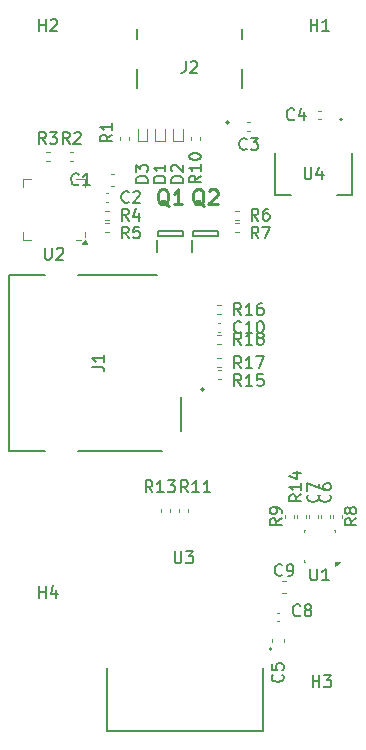
<source format=gbr>
%TF.GenerationSoftware,KiCad,Pcbnew,9.0.2*%
%TF.CreationDate,2025-12-09T17:01:46+01:00*%
%TF.ProjectId,datalogger,64617461-6c6f-4676-9765-722e6b696361,rev?*%
%TF.SameCoordinates,Original*%
%TF.FileFunction,Legend,Top*%
%TF.FilePolarity,Positive*%
%FSLAX46Y46*%
G04 Gerber Fmt 4.6, Leading zero omitted, Abs format (unit mm)*
G04 Created by KiCad (PCBNEW 9.0.2) date 2025-12-09 17:01:46*
%MOMM*%
%LPD*%
G01*
G04 APERTURE LIST*
%ADD10C,0.150000*%
%ADD11C,0.254000*%
%ADD12C,0.120000*%
%ADD13C,0.200000*%
%ADD14C,0.127000*%
%ADD15C,0.100000*%
G04 APERTURE END LIST*
D10*
X151108333Y-62859580D02*
X151060714Y-62907200D01*
X151060714Y-62907200D02*
X150917857Y-62954819D01*
X150917857Y-62954819D02*
X150822619Y-62954819D01*
X150822619Y-62954819D02*
X150679762Y-62907200D01*
X150679762Y-62907200D02*
X150584524Y-62811961D01*
X150584524Y-62811961D02*
X150536905Y-62716723D01*
X150536905Y-62716723D02*
X150489286Y-62526247D01*
X150489286Y-62526247D02*
X150489286Y-62383390D01*
X150489286Y-62383390D02*
X150536905Y-62192914D01*
X150536905Y-62192914D02*
X150584524Y-62097676D01*
X150584524Y-62097676D02*
X150679762Y-62002438D01*
X150679762Y-62002438D02*
X150822619Y-61954819D01*
X150822619Y-61954819D02*
X150917857Y-61954819D01*
X150917857Y-61954819D02*
X151060714Y-62002438D01*
X151060714Y-62002438D02*
X151108333Y-62050057D01*
X152060714Y-62954819D02*
X151489286Y-62954819D01*
X151775000Y-62954819D02*
X151775000Y-61954819D01*
X151775000Y-61954819D02*
X151679762Y-62097676D01*
X151679762Y-62097676D02*
X151584524Y-62192914D01*
X151584524Y-62192914D02*
X151489286Y-62240533D01*
X148238095Y-68254819D02*
X148238095Y-69064342D01*
X148238095Y-69064342D02*
X148285714Y-69159580D01*
X148285714Y-69159580D02*
X148333333Y-69207200D01*
X148333333Y-69207200D02*
X148428571Y-69254819D01*
X148428571Y-69254819D02*
X148619047Y-69254819D01*
X148619047Y-69254819D02*
X148714285Y-69207200D01*
X148714285Y-69207200D02*
X148761904Y-69159580D01*
X148761904Y-69159580D02*
X148809523Y-69064342D01*
X148809523Y-69064342D02*
X148809523Y-68254819D01*
X149238095Y-68350057D02*
X149285714Y-68302438D01*
X149285714Y-68302438D02*
X149380952Y-68254819D01*
X149380952Y-68254819D02*
X149619047Y-68254819D01*
X149619047Y-68254819D02*
X149714285Y-68302438D01*
X149714285Y-68302438D02*
X149761904Y-68350057D01*
X149761904Y-68350057D02*
X149809523Y-68445295D01*
X149809523Y-68445295D02*
X149809523Y-68540533D01*
X149809523Y-68540533D02*
X149761904Y-68683390D01*
X149761904Y-68683390D02*
X149190476Y-69254819D01*
X149190476Y-69254819D02*
X149809523Y-69254819D01*
X164857142Y-73954819D02*
X164523809Y-73478628D01*
X164285714Y-73954819D02*
X164285714Y-72954819D01*
X164285714Y-72954819D02*
X164666666Y-72954819D01*
X164666666Y-72954819D02*
X164761904Y-73002438D01*
X164761904Y-73002438D02*
X164809523Y-73050057D01*
X164809523Y-73050057D02*
X164857142Y-73145295D01*
X164857142Y-73145295D02*
X164857142Y-73288152D01*
X164857142Y-73288152D02*
X164809523Y-73383390D01*
X164809523Y-73383390D02*
X164761904Y-73431009D01*
X164761904Y-73431009D02*
X164666666Y-73478628D01*
X164666666Y-73478628D02*
X164285714Y-73478628D01*
X165809523Y-73954819D02*
X165238095Y-73954819D01*
X165523809Y-73954819D02*
X165523809Y-72954819D01*
X165523809Y-72954819D02*
X165428571Y-73097676D01*
X165428571Y-73097676D02*
X165333333Y-73192914D01*
X165333333Y-73192914D02*
X165238095Y-73240533D01*
X166666666Y-72954819D02*
X166476190Y-72954819D01*
X166476190Y-72954819D02*
X166380952Y-73002438D01*
X166380952Y-73002438D02*
X166333333Y-73050057D01*
X166333333Y-73050057D02*
X166238095Y-73192914D01*
X166238095Y-73192914D02*
X166190476Y-73383390D01*
X166190476Y-73383390D02*
X166190476Y-73764342D01*
X166190476Y-73764342D02*
X166238095Y-73859580D01*
X166238095Y-73859580D02*
X166285714Y-73907200D01*
X166285714Y-73907200D02*
X166380952Y-73954819D01*
X166380952Y-73954819D02*
X166571428Y-73954819D01*
X166571428Y-73954819D02*
X166666666Y-73907200D01*
X166666666Y-73907200D02*
X166714285Y-73859580D01*
X166714285Y-73859580D02*
X166761904Y-73764342D01*
X166761904Y-73764342D02*
X166761904Y-73526247D01*
X166761904Y-73526247D02*
X166714285Y-73431009D01*
X166714285Y-73431009D02*
X166666666Y-73383390D01*
X166666666Y-73383390D02*
X166571428Y-73335771D01*
X166571428Y-73335771D02*
X166380952Y-73335771D01*
X166380952Y-73335771D02*
X166285714Y-73383390D01*
X166285714Y-73383390D02*
X166238095Y-73431009D01*
X166238095Y-73431009D02*
X166190476Y-73526247D01*
X164867142Y-79954819D02*
X164533809Y-79478628D01*
X164295714Y-79954819D02*
X164295714Y-78954819D01*
X164295714Y-78954819D02*
X164676666Y-78954819D01*
X164676666Y-78954819D02*
X164771904Y-79002438D01*
X164771904Y-79002438D02*
X164819523Y-79050057D01*
X164819523Y-79050057D02*
X164867142Y-79145295D01*
X164867142Y-79145295D02*
X164867142Y-79288152D01*
X164867142Y-79288152D02*
X164819523Y-79383390D01*
X164819523Y-79383390D02*
X164771904Y-79431009D01*
X164771904Y-79431009D02*
X164676666Y-79478628D01*
X164676666Y-79478628D02*
X164295714Y-79478628D01*
X165819523Y-79954819D02*
X165248095Y-79954819D01*
X165533809Y-79954819D02*
X165533809Y-78954819D01*
X165533809Y-78954819D02*
X165438571Y-79097676D01*
X165438571Y-79097676D02*
X165343333Y-79192914D01*
X165343333Y-79192914D02*
X165248095Y-79240533D01*
X166724285Y-78954819D02*
X166248095Y-78954819D01*
X166248095Y-78954819D02*
X166200476Y-79431009D01*
X166200476Y-79431009D02*
X166248095Y-79383390D01*
X166248095Y-79383390D02*
X166343333Y-79335771D01*
X166343333Y-79335771D02*
X166581428Y-79335771D01*
X166581428Y-79335771D02*
X166676666Y-79383390D01*
X166676666Y-79383390D02*
X166724285Y-79431009D01*
X166724285Y-79431009D02*
X166771904Y-79526247D01*
X166771904Y-79526247D02*
X166771904Y-79764342D01*
X166771904Y-79764342D02*
X166724285Y-79859580D01*
X166724285Y-79859580D02*
X166676666Y-79907200D01*
X166676666Y-79907200D02*
X166581428Y-79954819D01*
X166581428Y-79954819D02*
X166343333Y-79954819D01*
X166343333Y-79954819D02*
X166248095Y-79907200D01*
X166248095Y-79907200D02*
X166200476Y-79859580D01*
X147738095Y-97879819D02*
X147738095Y-96879819D01*
X147738095Y-97356009D02*
X148309523Y-97356009D01*
X148309523Y-97879819D02*
X148309523Y-96879819D01*
X149214285Y-97213152D02*
X149214285Y-97879819D01*
X148976190Y-96832200D02*
X148738095Y-97546485D01*
X148738095Y-97546485D02*
X149357142Y-97546485D01*
X170912270Y-105454819D02*
X170912270Y-104454819D01*
X170912270Y-104931009D02*
X171483698Y-104931009D01*
X171483698Y-105454819D02*
X171483698Y-104454819D01*
X171864651Y-104454819D02*
X172483698Y-104454819D01*
X172483698Y-104454819D02*
X172150365Y-104835771D01*
X172150365Y-104835771D02*
X172293222Y-104835771D01*
X172293222Y-104835771D02*
X172388460Y-104883390D01*
X172388460Y-104883390D02*
X172436079Y-104931009D01*
X172436079Y-104931009D02*
X172483698Y-105026247D01*
X172483698Y-105026247D02*
X172483698Y-105264342D01*
X172483698Y-105264342D02*
X172436079Y-105359580D01*
X172436079Y-105359580D02*
X172388460Y-105407200D01*
X172388460Y-105407200D02*
X172293222Y-105454819D01*
X172293222Y-105454819D02*
X172007508Y-105454819D01*
X172007508Y-105454819D02*
X171912270Y-105407200D01*
X171912270Y-105407200D02*
X171864651Y-105359580D01*
X147738095Y-49879819D02*
X147738095Y-48879819D01*
X147738095Y-49356009D02*
X148309523Y-49356009D01*
X148309523Y-49879819D02*
X148309523Y-48879819D01*
X148738095Y-48975057D02*
X148785714Y-48927438D01*
X148785714Y-48927438D02*
X148880952Y-48879819D01*
X148880952Y-48879819D02*
X149119047Y-48879819D01*
X149119047Y-48879819D02*
X149214285Y-48927438D01*
X149214285Y-48927438D02*
X149261904Y-48975057D01*
X149261904Y-48975057D02*
X149309523Y-49070295D01*
X149309523Y-49070295D02*
X149309523Y-49165533D01*
X149309523Y-49165533D02*
X149261904Y-49308390D01*
X149261904Y-49308390D02*
X148690476Y-49879819D01*
X148690476Y-49879819D02*
X149309523Y-49879819D01*
X170738095Y-49879819D02*
X170738095Y-48879819D01*
X170738095Y-49356009D02*
X171309523Y-49356009D01*
X171309523Y-49879819D02*
X171309523Y-48879819D01*
X172309523Y-49879819D02*
X171738095Y-49879819D01*
X172023809Y-49879819D02*
X172023809Y-48879819D01*
X172023809Y-48879819D02*
X171928571Y-49022676D01*
X171928571Y-49022676D02*
X171833333Y-49117914D01*
X171833333Y-49117914D02*
X171738095Y-49165533D01*
D11*
X161729047Y-64695270D02*
X161608095Y-64634794D01*
X161608095Y-64634794D02*
X161487142Y-64513842D01*
X161487142Y-64513842D02*
X161305714Y-64332413D01*
X161305714Y-64332413D02*
X161184761Y-64271937D01*
X161184761Y-64271937D02*
X161063809Y-64271937D01*
X161124285Y-64574318D02*
X161003333Y-64513842D01*
X161003333Y-64513842D02*
X160882380Y-64392889D01*
X160882380Y-64392889D02*
X160821904Y-64150984D01*
X160821904Y-64150984D02*
X160821904Y-63727651D01*
X160821904Y-63727651D02*
X160882380Y-63485746D01*
X160882380Y-63485746D02*
X161003333Y-63364794D01*
X161003333Y-63364794D02*
X161124285Y-63304318D01*
X161124285Y-63304318D02*
X161366190Y-63304318D01*
X161366190Y-63304318D02*
X161487142Y-63364794D01*
X161487142Y-63364794D02*
X161608095Y-63485746D01*
X161608095Y-63485746D02*
X161668571Y-63727651D01*
X161668571Y-63727651D02*
X161668571Y-64150984D01*
X161668571Y-64150984D02*
X161608095Y-64392889D01*
X161608095Y-64392889D02*
X161487142Y-64513842D01*
X161487142Y-64513842D02*
X161366190Y-64574318D01*
X161366190Y-64574318D02*
X161124285Y-64574318D01*
X162152380Y-63425270D02*
X162212856Y-63364794D01*
X162212856Y-63364794D02*
X162333809Y-63304318D01*
X162333809Y-63304318D02*
X162636190Y-63304318D01*
X162636190Y-63304318D02*
X162757142Y-63364794D01*
X162757142Y-63364794D02*
X162817618Y-63425270D01*
X162817618Y-63425270D02*
X162878095Y-63546222D01*
X162878095Y-63546222D02*
X162878095Y-63667175D01*
X162878095Y-63667175D02*
X162817618Y-63848603D01*
X162817618Y-63848603D02*
X162091904Y-64574318D01*
X162091904Y-64574318D02*
X162878095Y-64574318D01*
D10*
X164867142Y-78454819D02*
X164533809Y-77978628D01*
X164295714Y-78454819D02*
X164295714Y-77454819D01*
X164295714Y-77454819D02*
X164676666Y-77454819D01*
X164676666Y-77454819D02*
X164771904Y-77502438D01*
X164771904Y-77502438D02*
X164819523Y-77550057D01*
X164819523Y-77550057D02*
X164867142Y-77645295D01*
X164867142Y-77645295D02*
X164867142Y-77788152D01*
X164867142Y-77788152D02*
X164819523Y-77883390D01*
X164819523Y-77883390D02*
X164771904Y-77931009D01*
X164771904Y-77931009D02*
X164676666Y-77978628D01*
X164676666Y-77978628D02*
X164295714Y-77978628D01*
X165819523Y-78454819D02*
X165248095Y-78454819D01*
X165533809Y-78454819D02*
X165533809Y-77454819D01*
X165533809Y-77454819D02*
X165438571Y-77597676D01*
X165438571Y-77597676D02*
X165343333Y-77692914D01*
X165343333Y-77692914D02*
X165248095Y-77740533D01*
X166152857Y-77454819D02*
X166819523Y-77454819D01*
X166819523Y-77454819D02*
X166390952Y-78454819D01*
X159238095Y-93954819D02*
X159238095Y-94764342D01*
X159238095Y-94764342D02*
X159285714Y-94859580D01*
X159285714Y-94859580D02*
X159333333Y-94907200D01*
X159333333Y-94907200D02*
X159428571Y-94954819D01*
X159428571Y-94954819D02*
X159619047Y-94954819D01*
X159619047Y-94954819D02*
X159714285Y-94907200D01*
X159714285Y-94907200D02*
X159761904Y-94859580D01*
X159761904Y-94859580D02*
X159809523Y-94764342D01*
X159809523Y-94764342D02*
X159809523Y-93954819D01*
X160190476Y-93954819D02*
X160809523Y-93954819D01*
X160809523Y-93954819D02*
X160476190Y-94335771D01*
X160476190Y-94335771D02*
X160619047Y-94335771D01*
X160619047Y-94335771D02*
X160714285Y-94383390D01*
X160714285Y-94383390D02*
X160761904Y-94431009D01*
X160761904Y-94431009D02*
X160809523Y-94526247D01*
X160809523Y-94526247D02*
X160809523Y-94764342D01*
X160809523Y-94764342D02*
X160761904Y-94859580D01*
X160761904Y-94859580D02*
X160714285Y-94907200D01*
X160714285Y-94907200D02*
X160619047Y-94954819D01*
X160619047Y-94954819D02*
X160333333Y-94954819D01*
X160333333Y-94954819D02*
X160238095Y-94907200D01*
X160238095Y-94907200D02*
X160190476Y-94859580D01*
X169353333Y-57359580D02*
X169305714Y-57407200D01*
X169305714Y-57407200D02*
X169162857Y-57454819D01*
X169162857Y-57454819D02*
X169067619Y-57454819D01*
X169067619Y-57454819D02*
X168924762Y-57407200D01*
X168924762Y-57407200D02*
X168829524Y-57311961D01*
X168829524Y-57311961D02*
X168781905Y-57216723D01*
X168781905Y-57216723D02*
X168734286Y-57026247D01*
X168734286Y-57026247D02*
X168734286Y-56883390D01*
X168734286Y-56883390D02*
X168781905Y-56692914D01*
X168781905Y-56692914D02*
X168829524Y-56597676D01*
X168829524Y-56597676D02*
X168924762Y-56502438D01*
X168924762Y-56502438D02*
X169067619Y-56454819D01*
X169067619Y-56454819D02*
X169162857Y-56454819D01*
X169162857Y-56454819D02*
X169305714Y-56502438D01*
X169305714Y-56502438D02*
X169353333Y-56550057D01*
X170210476Y-56788152D02*
X170210476Y-57454819D01*
X169972381Y-56407200D02*
X169734286Y-57121485D01*
X169734286Y-57121485D02*
X170353333Y-57121485D01*
X169853333Y-99359580D02*
X169805714Y-99407200D01*
X169805714Y-99407200D02*
X169662857Y-99454819D01*
X169662857Y-99454819D02*
X169567619Y-99454819D01*
X169567619Y-99454819D02*
X169424762Y-99407200D01*
X169424762Y-99407200D02*
X169329524Y-99311961D01*
X169329524Y-99311961D02*
X169281905Y-99216723D01*
X169281905Y-99216723D02*
X169234286Y-99026247D01*
X169234286Y-99026247D02*
X169234286Y-98883390D01*
X169234286Y-98883390D02*
X169281905Y-98692914D01*
X169281905Y-98692914D02*
X169329524Y-98597676D01*
X169329524Y-98597676D02*
X169424762Y-98502438D01*
X169424762Y-98502438D02*
X169567619Y-98454819D01*
X169567619Y-98454819D02*
X169662857Y-98454819D01*
X169662857Y-98454819D02*
X169805714Y-98502438D01*
X169805714Y-98502438D02*
X169853333Y-98550057D01*
X170424762Y-98883390D02*
X170329524Y-98835771D01*
X170329524Y-98835771D02*
X170281905Y-98788152D01*
X170281905Y-98788152D02*
X170234286Y-98692914D01*
X170234286Y-98692914D02*
X170234286Y-98645295D01*
X170234286Y-98645295D02*
X170281905Y-98550057D01*
X170281905Y-98550057D02*
X170329524Y-98502438D01*
X170329524Y-98502438D02*
X170424762Y-98454819D01*
X170424762Y-98454819D02*
X170615238Y-98454819D01*
X170615238Y-98454819D02*
X170710476Y-98502438D01*
X170710476Y-98502438D02*
X170758095Y-98550057D01*
X170758095Y-98550057D02*
X170805714Y-98645295D01*
X170805714Y-98645295D02*
X170805714Y-98692914D01*
X170805714Y-98692914D02*
X170758095Y-98788152D01*
X170758095Y-98788152D02*
X170710476Y-98835771D01*
X170710476Y-98835771D02*
X170615238Y-98883390D01*
X170615238Y-98883390D02*
X170424762Y-98883390D01*
X170424762Y-98883390D02*
X170329524Y-98931009D01*
X170329524Y-98931009D02*
X170281905Y-98978628D01*
X170281905Y-98978628D02*
X170234286Y-99073866D01*
X170234286Y-99073866D02*
X170234286Y-99264342D01*
X170234286Y-99264342D02*
X170281905Y-99359580D01*
X170281905Y-99359580D02*
X170329524Y-99407200D01*
X170329524Y-99407200D02*
X170424762Y-99454819D01*
X170424762Y-99454819D02*
X170615238Y-99454819D01*
X170615238Y-99454819D02*
X170710476Y-99407200D01*
X170710476Y-99407200D02*
X170758095Y-99359580D01*
X170758095Y-99359580D02*
X170805714Y-99264342D01*
X170805714Y-99264342D02*
X170805714Y-99073866D01*
X170805714Y-99073866D02*
X170758095Y-98978628D01*
X170758095Y-98978628D02*
X170710476Y-98931009D01*
X170710476Y-98931009D02*
X170615238Y-98883390D01*
D11*
X158729047Y-64695270D02*
X158608095Y-64634794D01*
X158608095Y-64634794D02*
X158487142Y-64513842D01*
X158487142Y-64513842D02*
X158305714Y-64332413D01*
X158305714Y-64332413D02*
X158184761Y-64271937D01*
X158184761Y-64271937D02*
X158063809Y-64271937D01*
X158124285Y-64574318D02*
X158003333Y-64513842D01*
X158003333Y-64513842D02*
X157882380Y-64392889D01*
X157882380Y-64392889D02*
X157821904Y-64150984D01*
X157821904Y-64150984D02*
X157821904Y-63727651D01*
X157821904Y-63727651D02*
X157882380Y-63485746D01*
X157882380Y-63485746D02*
X158003333Y-63364794D01*
X158003333Y-63364794D02*
X158124285Y-63304318D01*
X158124285Y-63304318D02*
X158366190Y-63304318D01*
X158366190Y-63304318D02*
X158487142Y-63364794D01*
X158487142Y-63364794D02*
X158608095Y-63485746D01*
X158608095Y-63485746D02*
X158668571Y-63727651D01*
X158668571Y-63727651D02*
X158668571Y-64150984D01*
X158668571Y-64150984D02*
X158608095Y-64392889D01*
X158608095Y-64392889D02*
X158487142Y-64513842D01*
X158487142Y-64513842D02*
X158366190Y-64574318D01*
X158366190Y-64574318D02*
X158124285Y-64574318D01*
X159878095Y-64574318D02*
X159152380Y-64574318D01*
X159515237Y-64574318D02*
X159515237Y-63304318D01*
X159515237Y-63304318D02*
X159394285Y-63485746D01*
X159394285Y-63485746D02*
X159273333Y-63606699D01*
X159273333Y-63606699D02*
X159152380Y-63667175D01*
D10*
X164867142Y-76454819D02*
X164533809Y-75978628D01*
X164295714Y-76454819D02*
X164295714Y-75454819D01*
X164295714Y-75454819D02*
X164676666Y-75454819D01*
X164676666Y-75454819D02*
X164771904Y-75502438D01*
X164771904Y-75502438D02*
X164819523Y-75550057D01*
X164819523Y-75550057D02*
X164867142Y-75645295D01*
X164867142Y-75645295D02*
X164867142Y-75788152D01*
X164867142Y-75788152D02*
X164819523Y-75883390D01*
X164819523Y-75883390D02*
X164771904Y-75931009D01*
X164771904Y-75931009D02*
X164676666Y-75978628D01*
X164676666Y-75978628D02*
X164295714Y-75978628D01*
X165819523Y-76454819D02*
X165248095Y-76454819D01*
X165533809Y-76454819D02*
X165533809Y-75454819D01*
X165533809Y-75454819D02*
X165438571Y-75597676D01*
X165438571Y-75597676D02*
X165343333Y-75692914D01*
X165343333Y-75692914D02*
X165248095Y-75740533D01*
X166390952Y-75883390D02*
X166295714Y-75835771D01*
X166295714Y-75835771D02*
X166248095Y-75788152D01*
X166248095Y-75788152D02*
X166200476Y-75692914D01*
X166200476Y-75692914D02*
X166200476Y-75645295D01*
X166200476Y-75645295D02*
X166248095Y-75550057D01*
X166248095Y-75550057D02*
X166295714Y-75502438D01*
X166295714Y-75502438D02*
X166390952Y-75454819D01*
X166390952Y-75454819D02*
X166581428Y-75454819D01*
X166581428Y-75454819D02*
X166676666Y-75502438D01*
X166676666Y-75502438D02*
X166724285Y-75550057D01*
X166724285Y-75550057D02*
X166771904Y-75645295D01*
X166771904Y-75645295D02*
X166771904Y-75692914D01*
X166771904Y-75692914D02*
X166724285Y-75788152D01*
X166724285Y-75788152D02*
X166676666Y-75835771D01*
X166676666Y-75835771D02*
X166581428Y-75883390D01*
X166581428Y-75883390D02*
X166390952Y-75883390D01*
X166390952Y-75883390D02*
X166295714Y-75931009D01*
X166295714Y-75931009D02*
X166248095Y-75978628D01*
X166248095Y-75978628D02*
X166200476Y-76073866D01*
X166200476Y-76073866D02*
X166200476Y-76264342D01*
X166200476Y-76264342D02*
X166248095Y-76359580D01*
X166248095Y-76359580D02*
X166295714Y-76407200D01*
X166295714Y-76407200D02*
X166390952Y-76454819D01*
X166390952Y-76454819D02*
X166581428Y-76454819D01*
X166581428Y-76454819D02*
X166676666Y-76407200D01*
X166676666Y-76407200D02*
X166724285Y-76359580D01*
X166724285Y-76359580D02*
X166771904Y-76264342D01*
X166771904Y-76264342D02*
X166771904Y-76073866D01*
X166771904Y-76073866D02*
X166724285Y-75978628D01*
X166724285Y-75978628D02*
X166676666Y-75931009D01*
X166676666Y-75931009D02*
X166581428Y-75883390D01*
X168284819Y-91166666D02*
X167808628Y-91499999D01*
X168284819Y-91738094D02*
X167284819Y-91738094D01*
X167284819Y-91738094D02*
X167284819Y-91357142D01*
X167284819Y-91357142D02*
X167332438Y-91261904D01*
X167332438Y-91261904D02*
X167380057Y-91214285D01*
X167380057Y-91214285D02*
X167475295Y-91166666D01*
X167475295Y-91166666D02*
X167618152Y-91166666D01*
X167618152Y-91166666D02*
X167713390Y-91214285D01*
X167713390Y-91214285D02*
X167761009Y-91261904D01*
X167761009Y-91261904D02*
X167808628Y-91357142D01*
X167808628Y-91357142D02*
X167808628Y-91738094D01*
X168284819Y-90690475D02*
X168284819Y-90499999D01*
X168284819Y-90499999D02*
X168237200Y-90404761D01*
X168237200Y-90404761D02*
X168189580Y-90357142D01*
X168189580Y-90357142D02*
X168046723Y-90261904D01*
X168046723Y-90261904D02*
X167856247Y-90214285D01*
X167856247Y-90214285D02*
X167475295Y-90214285D01*
X167475295Y-90214285D02*
X167380057Y-90261904D01*
X167380057Y-90261904D02*
X167332438Y-90309523D01*
X167332438Y-90309523D02*
X167284819Y-90404761D01*
X167284819Y-90404761D02*
X167284819Y-90595237D01*
X167284819Y-90595237D02*
X167332438Y-90690475D01*
X167332438Y-90690475D02*
X167380057Y-90738094D01*
X167380057Y-90738094D02*
X167475295Y-90785713D01*
X167475295Y-90785713D02*
X167713390Y-90785713D01*
X167713390Y-90785713D02*
X167808628Y-90738094D01*
X167808628Y-90738094D02*
X167856247Y-90690475D01*
X167856247Y-90690475D02*
X167903866Y-90595237D01*
X167903866Y-90595237D02*
X167903866Y-90404761D01*
X167903866Y-90404761D02*
X167856247Y-90309523D01*
X167856247Y-90309523D02*
X167808628Y-90261904D01*
X167808628Y-90261904D02*
X167713390Y-90214285D01*
X171359580Y-89146666D02*
X171407200Y-89194285D01*
X171407200Y-89194285D02*
X171454819Y-89337142D01*
X171454819Y-89337142D02*
X171454819Y-89432380D01*
X171454819Y-89432380D02*
X171407200Y-89575237D01*
X171407200Y-89575237D02*
X171311961Y-89670475D01*
X171311961Y-89670475D02*
X171216723Y-89718094D01*
X171216723Y-89718094D02*
X171026247Y-89765713D01*
X171026247Y-89765713D02*
X170883390Y-89765713D01*
X170883390Y-89765713D02*
X170692914Y-89718094D01*
X170692914Y-89718094D02*
X170597676Y-89670475D01*
X170597676Y-89670475D02*
X170502438Y-89575237D01*
X170502438Y-89575237D02*
X170454819Y-89432380D01*
X170454819Y-89432380D02*
X170454819Y-89337142D01*
X170454819Y-89337142D02*
X170502438Y-89194285D01*
X170502438Y-89194285D02*
X170550057Y-89146666D01*
X170454819Y-88813332D02*
X170454819Y-88146666D01*
X170454819Y-88146666D02*
X171454819Y-88575237D01*
X166323333Y-65954819D02*
X165990000Y-65478628D01*
X165751905Y-65954819D02*
X165751905Y-64954819D01*
X165751905Y-64954819D02*
X166132857Y-64954819D01*
X166132857Y-64954819D02*
X166228095Y-65002438D01*
X166228095Y-65002438D02*
X166275714Y-65050057D01*
X166275714Y-65050057D02*
X166323333Y-65145295D01*
X166323333Y-65145295D02*
X166323333Y-65288152D01*
X166323333Y-65288152D02*
X166275714Y-65383390D01*
X166275714Y-65383390D02*
X166228095Y-65431009D01*
X166228095Y-65431009D02*
X166132857Y-65478628D01*
X166132857Y-65478628D02*
X165751905Y-65478628D01*
X167180476Y-64954819D02*
X166990000Y-64954819D01*
X166990000Y-64954819D02*
X166894762Y-65002438D01*
X166894762Y-65002438D02*
X166847143Y-65050057D01*
X166847143Y-65050057D02*
X166751905Y-65192914D01*
X166751905Y-65192914D02*
X166704286Y-65383390D01*
X166704286Y-65383390D02*
X166704286Y-65764342D01*
X166704286Y-65764342D02*
X166751905Y-65859580D01*
X166751905Y-65859580D02*
X166799524Y-65907200D01*
X166799524Y-65907200D02*
X166894762Y-65954819D01*
X166894762Y-65954819D02*
X167085238Y-65954819D01*
X167085238Y-65954819D02*
X167180476Y-65907200D01*
X167180476Y-65907200D02*
X167228095Y-65859580D01*
X167228095Y-65859580D02*
X167275714Y-65764342D01*
X167275714Y-65764342D02*
X167275714Y-65526247D01*
X167275714Y-65526247D02*
X167228095Y-65431009D01*
X167228095Y-65431009D02*
X167180476Y-65383390D01*
X167180476Y-65383390D02*
X167085238Y-65335771D01*
X167085238Y-65335771D02*
X166894762Y-65335771D01*
X166894762Y-65335771D02*
X166799524Y-65383390D01*
X166799524Y-65383390D02*
X166751905Y-65431009D01*
X166751905Y-65431009D02*
X166704286Y-65526247D01*
X165333333Y-59859580D02*
X165285714Y-59907200D01*
X165285714Y-59907200D02*
X165142857Y-59954819D01*
X165142857Y-59954819D02*
X165047619Y-59954819D01*
X165047619Y-59954819D02*
X164904762Y-59907200D01*
X164904762Y-59907200D02*
X164809524Y-59811961D01*
X164809524Y-59811961D02*
X164761905Y-59716723D01*
X164761905Y-59716723D02*
X164714286Y-59526247D01*
X164714286Y-59526247D02*
X164714286Y-59383390D01*
X164714286Y-59383390D02*
X164761905Y-59192914D01*
X164761905Y-59192914D02*
X164809524Y-59097676D01*
X164809524Y-59097676D02*
X164904762Y-59002438D01*
X164904762Y-59002438D02*
X165047619Y-58954819D01*
X165047619Y-58954819D02*
X165142857Y-58954819D01*
X165142857Y-58954819D02*
X165285714Y-59002438D01*
X165285714Y-59002438D02*
X165333333Y-59050057D01*
X165666667Y-58954819D02*
X166285714Y-58954819D01*
X166285714Y-58954819D02*
X165952381Y-59335771D01*
X165952381Y-59335771D02*
X166095238Y-59335771D01*
X166095238Y-59335771D02*
X166190476Y-59383390D01*
X166190476Y-59383390D02*
X166238095Y-59431009D01*
X166238095Y-59431009D02*
X166285714Y-59526247D01*
X166285714Y-59526247D02*
X166285714Y-59764342D01*
X166285714Y-59764342D02*
X166238095Y-59859580D01*
X166238095Y-59859580D02*
X166190476Y-59907200D01*
X166190476Y-59907200D02*
X166095238Y-59954819D01*
X166095238Y-59954819D02*
X165809524Y-59954819D01*
X165809524Y-59954819D02*
X165714286Y-59907200D01*
X165714286Y-59907200D02*
X165666667Y-59859580D01*
X153954819Y-58666666D02*
X153478628Y-58999999D01*
X153954819Y-59238094D02*
X152954819Y-59238094D01*
X152954819Y-59238094D02*
X152954819Y-58857142D01*
X152954819Y-58857142D02*
X153002438Y-58761904D01*
X153002438Y-58761904D02*
X153050057Y-58714285D01*
X153050057Y-58714285D02*
X153145295Y-58666666D01*
X153145295Y-58666666D02*
X153288152Y-58666666D01*
X153288152Y-58666666D02*
X153383390Y-58714285D01*
X153383390Y-58714285D02*
X153431009Y-58761904D01*
X153431009Y-58761904D02*
X153478628Y-58857142D01*
X153478628Y-58857142D02*
X153478628Y-59238094D01*
X153954819Y-57714285D02*
X153954819Y-58285713D01*
X153954819Y-57999999D02*
X152954819Y-57999999D01*
X152954819Y-57999999D02*
X153097676Y-58095237D01*
X153097676Y-58095237D02*
X153192914Y-58190475D01*
X153192914Y-58190475D02*
X153240533Y-58285713D01*
X170238095Y-61454819D02*
X170238095Y-62264342D01*
X170238095Y-62264342D02*
X170285714Y-62359580D01*
X170285714Y-62359580D02*
X170333333Y-62407200D01*
X170333333Y-62407200D02*
X170428571Y-62454819D01*
X170428571Y-62454819D02*
X170619047Y-62454819D01*
X170619047Y-62454819D02*
X170714285Y-62407200D01*
X170714285Y-62407200D02*
X170761904Y-62359580D01*
X170761904Y-62359580D02*
X170809523Y-62264342D01*
X170809523Y-62264342D02*
X170809523Y-61454819D01*
X171714285Y-61788152D02*
X171714285Y-62454819D01*
X171476190Y-61407200D02*
X171238095Y-62121485D01*
X171238095Y-62121485D02*
X171857142Y-62121485D01*
X168359580Y-104391666D02*
X168407200Y-104439285D01*
X168407200Y-104439285D02*
X168454819Y-104582142D01*
X168454819Y-104582142D02*
X168454819Y-104677380D01*
X168454819Y-104677380D02*
X168407200Y-104820237D01*
X168407200Y-104820237D02*
X168311961Y-104915475D01*
X168311961Y-104915475D02*
X168216723Y-104963094D01*
X168216723Y-104963094D02*
X168026247Y-105010713D01*
X168026247Y-105010713D02*
X167883390Y-105010713D01*
X167883390Y-105010713D02*
X167692914Y-104963094D01*
X167692914Y-104963094D02*
X167597676Y-104915475D01*
X167597676Y-104915475D02*
X167502438Y-104820237D01*
X167502438Y-104820237D02*
X167454819Y-104677380D01*
X167454819Y-104677380D02*
X167454819Y-104582142D01*
X167454819Y-104582142D02*
X167502438Y-104439285D01*
X167502438Y-104439285D02*
X167550057Y-104391666D01*
X167454819Y-103486904D02*
X167454819Y-103963094D01*
X167454819Y-103963094D02*
X167931009Y-104010713D01*
X167931009Y-104010713D02*
X167883390Y-103963094D01*
X167883390Y-103963094D02*
X167835771Y-103867856D01*
X167835771Y-103867856D02*
X167835771Y-103629761D01*
X167835771Y-103629761D02*
X167883390Y-103534523D01*
X167883390Y-103534523D02*
X167931009Y-103486904D01*
X167931009Y-103486904D02*
X168026247Y-103439285D01*
X168026247Y-103439285D02*
X168264342Y-103439285D01*
X168264342Y-103439285D02*
X168359580Y-103486904D01*
X168359580Y-103486904D02*
X168407200Y-103534523D01*
X168407200Y-103534523D02*
X168454819Y-103629761D01*
X168454819Y-103629761D02*
X168454819Y-103867856D01*
X168454819Y-103867856D02*
X168407200Y-103963094D01*
X168407200Y-103963094D02*
X168359580Y-104010713D01*
X156954819Y-62738094D02*
X155954819Y-62738094D01*
X155954819Y-62738094D02*
X155954819Y-62499999D01*
X155954819Y-62499999D02*
X156002438Y-62357142D01*
X156002438Y-62357142D02*
X156097676Y-62261904D01*
X156097676Y-62261904D02*
X156192914Y-62214285D01*
X156192914Y-62214285D02*
X156383390Y-62166666D01*
X156383390Y-62166666D02*
X156526247Y-62166666D01*
X156526247Y-62166666D02*
X156716723Y-62214285D01*
X156716723Y-62214285D02*
X156811961Y-62261904D01*
X156811961Y-62261904D02*
X156907200Y-62357142D01*
X156907200Y-62357142D02*
X156954819Y-62499999D01*
X156954819Y-62499999D02*
X156954819Y-62738094D01*
X155954819Y-61833332D02*
X155954819Y-61214285D01*
X155954819Y-61214285D02*
X156335771Y-61547618D01*
X156335771Y-61547618D02*
X156335771Y-61404761D01*
X156335771Y-61404761D02*
X156383390Y-61309523D01*
X156383390Y-61309523D02*
X156431009Y-61261904D01*
X156431009Y-61261904D02*
X156526247Y-61214285D01*
X156526247Y-61214285D02*
X156764342Y-61214285D01*
X156764342Y-61214285D02*
X156859580Y-61261904D01*
X156859580Y-61261904D02*
X156907200Y-61309523D01*
X156907200Y-61309523D02*
X156954819Y-61404761D01*
X156954819Y-61404761D02*
X156954819Y-61690475D01*
X156954819Y-61690475D02*
X156907200Y-61785713D01*
X156907200Y-61785713D02*
X156859580Y-61833332D01*
X155333333Y-67454819D02*
X155000000Y-66978628D01*
X154761905Y-67454819D02*
X154761905Y-66454819D01*
X154761905Y-66454819D02*
X155142857Y-66454819D01*
X155142857Y-66454819D02*
X155238095Y-66502438D01*
X155238095Y-66502438D02*
X155285714Y-66550057D01*
X155285714Y-66550057D02*
X155333333Y-66645295D01*
X155333333Y-66645295D02*
X155333333Y-66788152D01*
X155333333Y-66788152D02*
X155285714Y-66883390D01*
X155285714Y-66883390D02*
X155238095Y-66931009D01*
X155238095Y-66931009D02*
X155142857Y-66978628D01*
X155142857Y-66978628D02*
X154761905Y-66978628D01*
X156238095Y-66454819D02*
X155761905Y-66454819D01*
X155761905Y-66454819D02*
X155714286Y-66931009D01*
X155714286Y-66931009D02*
X155761905Y-66883390D01*
X155761905Y-66883390D02*
X155857143Y-66835771D01*
X155857143Y-66835771D02*
X156095238Y-66835771D01*
X156095238Y-66835771D02*
X156190476Y-66883390D01*
X156190476Y-66883390D02*
X156238095Y-66931009D01*
X156238095Y-66931009D02*
X156285714Y-67026247D01*
X156285714Y-67026247D02*
X156285714Y-67264342D01*
X156285714Y-67264342D02*
X156238095Y-67359580D01*
X156238095Y-67359580D02*
X156190476Y-67407200D01*
X156190476Y-67407200D02*
X156095238Y-67454819D01*
X156095238Y-67454819D02*
X155857143Y-67454819D01*
X155857143Y-67454819D02*
X155761905Y-67407200D01*
X155761905Y-67407200D02*
X155714286Y-67359580D01*
X160166666Y-52454819D02*
X160166666Y-53169104D01*
X160166666Y-53169104D02*
X160119047Y-53311961D01*
X160119047Y-53311961D02*
X160023809Y-53407200D01*
X160023809Y-53407200D02*
X159880952Y-53454819D01*
X159880952Y-53454819D02*
X159785714Y-53454819D01*
X160595238Y-52550057D02*
X160642857Y-52502438D01*
X160642857Y-52502438D02*
X160738095Y-52454819D01*
X160738095Y-52454819D02*
X160976190Y-52454819D01*
X160976190Y-52454819D02*
X161071428Y-52502438D01*
X161071428Y-52502438D02*
X161119047Y-52550057D01*
X161119047Y-52550057D02*
X161166666Y-52645295D01*
X161166666Y-52645295D02*
X161166666Y-52740533D01*
X161166666Y-52740533D02*
X161119047Y-52883390D01*
X161119047Y-52883390D02*
X160547619Y-53454819D01*
X160547619Y-53454819D02*
X161166666Y-53454819D01*
X166333333Y-67454819D02*
X166000000Y-66978628D01*
X165761905Y-67454819D02*
X165761905Y-66454819D01*
X165761905Y-66454819D02*
X166142857Y-66454819D01*
X166142857Y-66454819D02*
X166238095Y-66502438D01*
X166238095Y-66502438D02*
X166285714Y-66550057D01*
X166285714Y-66550057D02*
X166333333Y-66645295D01*
X166333333Y-66645295D02*
X166333333Y-66788152D01*
X166333333Y-66788152D02*
X166285714Y-66883390D01*
X166285714Y-66883390D02*
X166238095Y-66931009D01*
X166238095Y-66931009D02*
X166142857Y-66978628D01*
X166142857Y-66978628D02*
X165761905Y-66978628D01*
X166666667Y-66454819D02*
X167333333Y-66454819D01*
X167333333Y-66454819D02*
X166904762Y-67454819D01*
X158454819Y-62738094D02*
X157454819Y-62738094D01*
X157454819Y-62738094D02*
X157454819Y-62499999D01*
X157454819Y-62499999D02*
X157502438Y-62357142D01*
X157502438Y-62357142D02*
X157597676Y-62261904D01*
X157597676Y-62261904D02*
X157692914Y-62214285D01*
X157692914Y-62214285D02*
X157883390Y-62166666D01*
X157883390Y-62166666D02*
X158026247Y-62166666D01*
X158026247Y-62166666D02*
X158216723Y-62214285D01*
X158216723Y-62214285D02*
X158311961Y-62261904D01*
X158311961Y-62261904D02*
X158407200Y-62357142D01*
X158407200Y-62357142D02*
X158454819Y-62499999D01*
X158454819Y-62499999D02*
X158454819Y-62738094D01*
X158454819Y-61214285D02*
X158454819Y-61785713D01*
X158454819Y-61499999D02*
X157454819Y-61499999D01*
X157454819Y-61499999D02*
X157597676Y-61595237D01*
X157597676Y-61595237D02*
X157692914Y-61690475D01*
X157692914Y-61690475D02*
X157740533Y-61785713D01*
X164857142Y-75359580D02*
X164809523Y-75407200D01*
X164809523Y-75407200D02*
X164666666Y-75454819D01*
X164666666Y-75454819D02*
X164571428Y-75454819D01*
X164571428Y-75454819D02*
X164428571Y-75407200D01*
X164428571Y-75407200D02*
X164333333Y-75311961D01*
X164333333Y-75311961D02*
X164285714Y-75216723D01*
X164285714Y-75216723D02*
X164238095Y-75026247D01*
X164238095Y-75026247D02*
X164238095Y-74883390D01*
X164238095Y-74883390D02*
X164285714Y-74692914D01*
X164285714Y-74692914D02*
X164333333Y-74597676D01*
X164333333Y-74597676D02*
X164428571Y-74502438D01*
X164428571Y-74502438D02*
X164571428Y-74454819D01*
X164571428Y-74454819D02*
X164666666Y-74454819D01*
X164666666Y-74454819D02*
X164809523Y-74502438D01*
X164809523Y-74502438D02*
X164857142Y-74550057D01*
X165809523Y-75454819D02*
X165238095Y-75454819D01*
X165523809Y-75454819D02*
X165523809Y-74454819D01*
X165523809Y-74454819D02*
X165428571Y-74597676D01*
X165428571Y-74597676D02*
X165333333Y-74692914D01*
X165333333Y-74692914D02*
X165238095Y-74740533D01*
X166428571Y-74454819D02*
X166523809Y-74454819D01*
X166523809Y-74454819D02*
X166619047Y-74502438D01*
X166619047Y-74502438D02*
X166666666Y-74550057D01*
X166666666Y-74550057D02*
X166714285Y-74645295D01*
X166714285Y-74645295D02*
X166761904Y-74835771D01*
X166761904Y-74835771D02*
X166761904Y-75073866D01*
X166761904Y-75073866D02*
X166714285Y-75264342D01*
X166714285Y-75264342D02*
X166666666Y-75359580D01*
X166666666Y-75359580D02*
X166619047Y-75407200D01*
X166619047Y-75407200D02*
X166523809Y-75454819D01*
X166523809Y-75454819D02*
X166428571Y-75454819D01*
X166428571Y-75454819D02*
X166333333Y-75407200D01*
X166333333Y-75407200D02*
X166285714Y-75359580D01*
X166285714Y-75359580D02*
X166238095Y-75264342D01*
X166238095Y-75264342D02*
X166190476Y-75073866D01*
X166190476Y-75073866D02*
X166190476Y-74835771D01*
X166190476Y-74835771D02*
X166238095Y-74645295D01*
X166238095Y-74645295D02*
X166285714Y-74550057D01*
X166285714Y-74550057D02*
X166333333Y-74502438D01*
X166333333Y-74502438D02*
X166428571Y-74454819D01*
X172359580Y-89146666D02*
X172407200Y-89194285D01*
X172407200Y-89194285D02*
X172454819Y-89337142D01*
X172454819Y-89337142D02*
X172454819Y-89432380D01*
X172454819Y-89432380D02*
X172407200Y-89575237D01*
X172407200Y-89575237D02*
X172311961Y-89670475D01*
X172311961Y-89670475D02*
X172216723Y-89718094D01*
X172216723Y-89718094D02*
X172026247Y-89765713D01*
X172026247Y-89765713D02*
X171883390Y-89765713D01*
X171883390Y-89765713D02*
X171692914Y-89718094D01*
X171692914Y-89718094D02*
X171597676Y-89670475D01*
X171597676Y-89670475D02*
X171502438Y-89575237D01*
X171502438Y-89575237D02*
X171454819Y-89432380D01*
X171454819Y-89432380D02*
X171454819Y-89337142D01*
X171454819Y-89337142D02*
X171502438Y-89194285D01*
X171502438Y-89194285D02*
X171550057Y-89146666D01*
X171454819Y-88289523D02*
X171454819Y-88479999D01*
X171454819Y-88479999D02*
X171502438Y-88575237D01*
X171502438Y-88575237D02*
X171550057Y-88622856D01*
X171550057Y-88622856D02*
X171692914Y-88718094D01*
X171692914Y-88718094D02*
X171883390Y-88765713D01*
X171883390Y-88765713D02*
X172264342Y-88765713D01*
X172264342Y-88765713D02*
X172359580Y-88718094D01*
X172359580Y-88718094D02*
X172407200Y-88670475D01*
X172407200Y-88670475D02*
X172454819Y-88575237D01*
X172454819Y-88575237D02*
X172454819Y-88384761D01*
X172454819Y-88384761D02*
X172407200Y-88289523D01*
X172407200Y-88289523D02*
X172359580Y-88241904D01*
X172359580Y-88241904D02*
X172264342Y-88194285D01*
X172264342Y-88194285D02*
X172026247Y-88194285D01*
X172026247Y-88194285D02*
X171931009Y-88241904D01*
X171931009Y-88241904D02*
X171883390Y-88289523D01*
X171883390Y-88289523D02*
X171835771Y-88384761D01*
X171835771Y-88384761D02*
X171835771Y-88575237D01*
X171835771Y-88575237D02*
X171883390Y-88670475D01*
X171883390Y-88670475D02*
X171931009Y-88718094D01*
X171931009Y-88718094D02*
X172026247Y-88765713D01*
X148323333Y-59454819D02*
X147990000Y-58978628D01*
X147751905Y-59454819D02*
X147751905Y-58454819D01*
X147751905Y-58454819D02*
X148132857Y-58454819D01*
X148132857Y-58454819D02*
X148228095Y-58502438D01*
X148228095Y-58502438D02*
X148275714Y-58550057D01*
X148275714Y-58550057D02*
X148323333Y-58645295D01*
X148323333Y-58645295D02*
X148323333Y-58788152D01*
X148323333Y-58788152D02*
X148275714Y-58883390D01*
X148275714Y-58883390D02*
X148228095Y-58931009D01*
X148228095Y-58931009D02*
X148132857Y-58978628D01*
X148132857Y-58978628D02*
X147751905Y-58978628D01*
X148656667Y-58454819D02*
X149275714Y-58454819D01*
X149275714Y-58454819D02*
X148942381Y-58835771D01*
X148942381Y-58835771D02*
X149085238Y-58835771D01*
X149085238Y-58835771D02*
X149180476Y-58883390D01*
X149180476Y-58883390D02*
X149228095Y-58931009D01*
X149228095Y-58931009D02*
X149275714Y-59026247D01*
X149275714Y-59026247D02*
X149275714Y-59264342D01*
X149275714Y-59264342D02*
X149228095Y-59359580D01*
X149228095Y-59359580D02*
X149180476Y-59407200D01*
X149180476Y-59407200D02*
X149085238Y-59454819D01*
X149085238Y-59454819D02*
X148799524Y-59454819D01*
X148799524Y-59454819D02*
X148704286Y-59407200D01*
X148704286Y-59407200D02*
X148656667Y-59359580D01*
X169954819Y-89142857D02*
X169478628Y-89476190D01*
X169954819Y-89714285D02*
X168954819Y-89714285D01*
X168954819Y-89714285D02*
X168954819Y-89333333D01*
X168954819Y-89333333D02*
X169002438Y-89238095D01*
X169002438Y-89238095D02*
X169050057Y-89190476D01*
X169050057Y-89190476D02*
X169145295Y-89142857D01*
X169145295Y-89142857D02*
X169288152Y-89142857D01*
X169288152Y-89142857D02*
X169383390Y-89190476D01*
X169383390Y-89190476D02*
X169431009Y-89238095D01*
X169431009Y-89238095D02*
X169478628Y-89333333D01*
X169478628Y-89333333D02*
X169478628Y-89714285D01*
X169954819Y-88190476D02*
X169954819Y-88761904D01*
X169954819Y-88476190D02*
X168954819Y-88476190D01*
X168954819Y-88476190D02*
X169097676Y-88571428D01*
X169097676Y-88571428D02*
X169192914Y-88666666D01*
X169192914Y-88666666D02*
X169240533Y-88761904D01*
X169288152Y-87333333D02*
X169954819Y-87333333D01*
X168907200Y-87571428D02*
X169621485Y-87809523D01*
X169621485Y-87809523D02*
X169621485Y-87190476D01*
X155353333Y-64359580D02*
X155305714Y-64407200D01*
X155305714Y-64407200D02*
X155162857Y-64454819D01*
X155162857Y-64454819D02*
X155067619Y-64454819D01*
X155067619Y-64454819D02*
X154924762Y-64407200D01*
X154924762Y-64407200D02*
X154829524Y-64311961D01*
X154829524Y-64311961D02*
X154781905Y-64216723D01*
X154781905Y-64216723D02*
X154734286Y-64026247D01*
X154734286Y-64026247D02*
X154734286Y-63883390D01*
X154734286Y-63883390D02*
X154781905Y-63692914D01*
X154781905Y-63692914D02*
X154829524Y-63597676D01*
X154829524Y-63597676D02*
X154924762Y-63502438D01*
X154924762Y-63502438D02*
X155067619Y-63454819D01*
X155067619Y-63454819D02*
X155162857Y-63454819D01*
X155162857Y-63454819D02*
X155305714Y-63502438D01*
X155305714Y-63502438D02*
X155353333Y-63550057D01*
X155734286Y-63550057D02*
X155781905Y-63502438D01*
X155781905Y-63502438D02*
X155877143Y-63454819D01*
X155877143Y-63454819D02*
X156115238Y-63454819D01*
X156115238Y-63454819D02*
X156210476Y-63502438D01*
X156210476Y-63502438D02*
X156258095Y-63550057D01*
X156258095Y-63550057D02*
X156305714Y-63645295D01*
X156305714Y-63645295D02*
X156305714Y-63740533D01*
X156305714Y-63740533D02*
X156258095Y-63883390D01*
X156258095Y-63883390D02*
X155686667Y-64454819D01*
X155686667Y-64454819D02*
X156305714Y-64454819D01*
X150333333Y-59454819D02*
X150000000Y-58978628D01*
X149761905Y-59454819D02*
X149761905Y-58454819D01*
X149761905Y-58454819D02*
X150142857Y-58454819D01*
X150142857Y-58454819D02*
X150238095Y-58502438D01*
X150238095Y-58502438D02*
X150285714Y-58550057D01*
X150285714Y-58550057D02*
X150333333Y-58645295D01*
X150333333Y-58645295D02*
X150333333Y-58788152D01*
X150333333Y-58788152D02*
X150285714Y-58883390D01*
X150285714Y-58883390D02*
X150238095Y-58931009D01*
X150238095Y-58931009D02*
X150142857Y-58978628D01*
X150142857Y-58978628D02*
X149761905Y-58978628D01*
X150714286Y-58550057D02*
X150761905Y-58502438D01*
X150761905Y-58502438D02*
X150857143Y-58454819D01*
X150857143Y-58454819D02*
X151095238Y-58454819D01*
X151095238Y-58454819D02*
X151190476Y-58502438D01*
X151190476Y-58502438D02*
X151238095Y-58550057D01*
X151238095Y-58550057D02*
X151285714Y-58645295D01*
X151285714Y-58645295D02*
X151285714Y-58740533D01*
X151285714Y-58740533D02*
X151238095Y-58883390D01*
X151238095Y-58883390D02*
X150666667Y-59454819D01*
X150666667Y-59454819D02*
X151285714Y-59454819D01*
X159954819Y-62738094D02*
X158954819Y-62738094D01*
X158954819Y-62738094D02*
X158954819Y-62499999D01*
X158954819Y-62499999D02*
X159002438Y-62357142D01*
X159002438Y-62357142D02*
X159097676Y-62261904D01*
X159097676Y-62261904D02*
X159192914Y-62214285D01*
X159192914Y-62214285D02*
X159383390Y-62166666D01*
X159383390Y-62166666D02*
X159526247Y-62166666D01*
X159526247Y-62166666D02*
X159716723Y-62214285D01*
X159716723Y-62214285D02*
X159811961Y-62261904D01*
X159811961Y-62261904D02*
X159907200Y-62357142D01*
X159907200Y-62357142D02*
X159954819Y-62499999D01*
X159954819Y-62499999D02*
X159954819Y-62738094D01*
X159050057Y-61785713D02*
X159002438Y-61738094D01*
X159002438Y-61738094D02*
X158954819Y-61642856D01*
X158954819Y-61642856D02*
X158954819Y-61404761D01*
X158954819Y-61404761D02*
X159002438Y-61309523D01*
X159002438Y-61309523D02*
X159050057Y-61261904D01*
X159050057Y-61261904D02*
X159145295Y-61214285D01*
X159145295Y-61214285D02*
X159240533Y-61214285D01*
X159240533Y-61214285D02*
X159383390Y-61261904D01*
X159383390Y-61261904D02*
X159954819Y-61833332D01*
X159954819Y-61833332D02*
X159954819Y-61214285D01*
X170723095Y-95419819D02*
X170723095Y-96229342D01*
X170723095Y-96229342D02*
X170770714Y-96324580D01*
X170770714Y-96324580D02*
X170818333Y-96372200D01*
X170818333Y-96372200D02*
X170913571Y-96419819D01*
X170913571Y-96419819D02*
X171104047Y-96419819D01*
X171104047Y-96419819D02*
X171199285Y-96372200D01*
X171199285Y-96372200D02*
X171246904Y-96324580D01*
X171246904Y-96324580D02*
X171294523Y-96229342D01*
X171294523Y-96229342D02*
X171294523Y-95419819D01*
X172294523Y-96419819D02*
X171723095Y-96419819D01*
X172008809Y-96419819D02*
X172008809Y-95419819D01*
X172008809Y-95419819D02*
X171913571Y-95562676D01*
X171913571Y-95562676D02*
X171818333Y-95657914D01*
X171818333Y-95657914D02*
X171723095Y-95705533D01*
X160357142Y-88954819D02*
X160023809Y-88478628D01*
X159785714Y-88954819D02*
X159785714Y-87954819D01*
X159785714Y-87954819D02*
X160166666Y-87954819D01*
X160166666Y-87954819D02*
X160261904Y-88002438D01*
X160261904Y-88002438D02*
X160309523Y-88050057D01*
X160309523Y-88050057D02*
X160357142Y-88145295D01*
X160357142Y-88145295D02*
X160357142Y-88288152D01*
X160357142Y-88288152D02*
X160309523Y-88383390D01*
X160309523Y-88383390D02*
X160261904Y-88431009D01*
X160261904Y-88431009D02*
X160166666Y-88478628D01*
X160166666Y-88478628D02*
X159785714Y-88478628D01*
X161309523Y-88954819D02*
X160738095Y-88954819D01*
X161023809Y-88954819D02*
X161023809Y-87954819D01*
X161023809Y-87954819D02*
X160928571Y-88097676D01*
X160928571Y-88097676D02*
X160833333Y-88192914D01*
X160833333Y-88192914D02*
X160738095Y-88240533D01*
X162261904Y-88954819D02*
X161690476Y-88954819D01*
X161976190Y-88954819D02*
X161976190Y-87954819D01*
X161976190Y-87954819D02*
X161880952Y-88097676D01*
X161880952Y-88097676D02*
X161785714Y-88192914D01*
X161785714Y-88192914D02*
X161690476Y-88240533D01*
X157357142Y-88954819D02*
X157023809Y-88478628D01*
X156785714Y-88954819D02*
X156785714Y-87954819D01*
X156785714Y-87954819D02*
X157166666Y-87954819D01*
X157166666Y-87954819D02*
X157261904Y-88002438D01*
X157261904Y-88002438D02*
X157309523Y-88050057D01*
X157309523Y-88050057D02*
X157357142Y-88145295D01*
X157357142Y-88145295D02*
X157357142Y-88288152D01*
X157357142Y-88288152D02*
X157309523Y-88383390D01*
X157309523Y-88383390D02*
X157261904Y-88431009D01*
X157261904Y-88431009D02*
X157166666Y-88478628D01*
X157166666Y-88478628D02*
X156785714Y-88478628D01*
X158309523Y-88954819D02*
X157738095Y-88954819D01*
X158023809Y-88954819D02*
X158023809Y-87954819D01*
X158023809Y-87954819D02*
X157928571Y-88097676D01*
X157928571Y-88097676D02*
X157833333Y-88192914D01*
X157833333Y-88192914D02*
X157738095Y-88240533D01*
X158642857Y-87954819D02*
X159261904Y-87954819D01*
X159261904Y-87954819D02*
X158928571Y-88335771D01*
X158928571Y-88335771D02*
X159071428Y-88335771D01*
X159071428Y-88335771D02*
X159166666Y-88383390D01*
X159166666Y-88383390D02*
X159214285Y-88431009D01*
X159214285Y-88431009D02*
X159261904Y-88526247D01*
X159261904Y-88526247D02*
X159261904Y-88764342D01*
X159261904Y-88764342D02*
X159214285Y-88859580D01*
X159214285Y-88859580D02*
X159166666Y-88907200D01*
X159166666Y-88907200D02*
X159071428Y-88954819D01*
X159071428Y-88954819D02*
X158785714Y-88954819D01*
X158785714Y-88954819D02*
X158690476Y-88907200D01*
X158690476Y-88907200D02*
X158642857Y-88859580D01*
X168333333Y-95929580D02*
X168285714Y-95977200D01*
X168285714Y-95977200D02*
X168142857Y-96024819D01*
X168142857Y-96024819D02*
X168047619Y-96024819D01*
X168047619Y-96024819D02*
X167904762Y-95977200D01*
X167904762Y-95977200D02*
X167809524Y-95881961D01*
X167809524Y-95881961D02*
X167761905Y-95786723D01*
X167761905Y-95786723D02*
X167714286Y-95596247D01*
X167714286Y-95596247D02*
X167714286Y-95453390D01*
X167714286Y-95453390D02*
X167761905Y-95262914D01*
X167761905Y-95262914D02*
X167809524Y-95167676D01*
X167809524Y-95167676D02*
X167904762Y-95072438D01*
X167904762Y-95072438D02*
X168047619Y-95024819D01*
X168047619Y-95024819D02*
X168142857Y-95024819D01*
X168142857Y-95024819D02*
X168285714Y-95072438D01*
X168285714Y-95072438D02*
X168333333Y-95120057D01*
X168809524Y-96024819D02*
X169000000Y-96024819D01*
X169000000Y-96024819D02*
X169095238Y-95977200D01*
X169095238Y-95977200D02*
X169142857Y-95929580D01*
X169142857Y-95929580D02*
X169238095Y-95786723D01*
X169238095Y-95786723D02*
X169285714Y-95596247D01*
X169285714Y-95596247D02*
X169285714Y-95215295D01*
X169285714Y-95215295D02*
X169238095Y-95120057D01*
X169238095Y-95120057D02*
X169190476Y-95072438D01*
X169190476Y-95072438D02*
X169095238Y-95024819D01*
X169095238Y-95024819D02*
X168904762Y-95024819D01*
X168904762Y-95024819D02*
X168809524Y-95072438D01*
X168809524Y-95072438D02*
X168761905Y-95120057D01*
X168761905Y-95120057D02*
X168714286Y-95215295D01*
X168714286Y-95215295D02*
X168714286Y-95453390D01*
X168714286Y-95453390D02*
X168761905Y-95548628D01*
X168761905Y-95548628D02*
X168809524Y-95596247D01*
X168809524Y-95596247D02*
X168904762Y-95643866D01*
X168904762Y-95643866D02*
X169095238Y-95643866D01*
X169095238Y-95643866D02*
X169190476Y-95596247D01*
X169190476Y-95596247D02*
X169238095Y-95548628D01*
X169238095Y-95548628D02*
X169285714Y-95453390D01*
X152264819Y-78333333D02*
X152979104Y-78333333D01*
X152979104Y-78333333D02*
X153121961Y-78380952D01*
X153121961Y-78380952D02*
X153217200Y-78476190D01*
X153217200Y-78476190D02*
X153264819Y-78619047D01*
X153264819Y-78619047D02*
X153264819Y-78714285D01*
X153264819Y-77333333D02*
X153264819Y-77904761D01*
X153264819Y-77619047D02*
X152264819Y-77619047D01*
X152264819Y-77619047D02*
X152407676Y-77714285D01*
X152407676Y-77714285D02*
X152502914Y-77809523D01*
X152502914Y-77809523D02*
X152550533Y-77904761D01*
X155333333Y-65954819D02*
X155000000Y-65478628D01*
X154761905Y-65954819D02*
X154761905Y-64954819D01*
X154761905Y-64954819D02*
X155142857Y-64954819D01*
X155142857Y-64954819D02*
X155238095Y-65002438D01*
X155238095Y-65002438D02*
X155285714Y-65050057D01*
X155285714Y-65050057D02*
X155333333Y-65145295D01*
X155333333Y-65145295D02*
X155333333Y-65288152D01*
X155333333Y-65288152D02*
X155285714Y-65383390D01*
X155285714Y-65383390D02*
X155238095Y-65431009D01*
X155238095Y-65431009D02*
X155142857Y-65478628D01*
X155142857Y-65478628D02*
X154761905Y-65478628D01*
X156190476Y-65288152D02*
X156190476Y-65954819D01*
X155952381Y-64907200D02*
X155714286Y-65621485D01*
X155714286Y-65621485D02*
X156333333Y-65621485D01*
X174624819Y-91166666D02*
X174148628Y-91499999D01*
X174624819Y-91738094D02*
X173624819Y-91738094D01*
X173624819Y-91738094D02*
X173624819Y-91357142D01*
X173624819Y-91357142D02*
X173672438Y-91261904D01*
X173672438Y-91261904D02*
X173720057Y-91214285D01*
X173720057Y-91214285D02*
X173815295Y-91166666D01*
X173815295Y-91166666D02*
X173958152Y-91166666D01*
X173958152Y-91166666D02*
X174053390Y-91214285D01*
X174053390Y-91214285D02*
X174101009Y-91261904D01*
X174101009Y-91261904D02*
X174148628Y-91357142D01*
X174148628Y-91357142D02*
X174148628Y-91738094D01*
X174053390Y-90595237D02*
X174005771Y-90690475D01*
X174005771Y-90690475D02*
X173958152Y-90738094D01*
X173958152Y-90738094D02*
X173862914Y-90785713D01*
X173862914Y-90785713D02*
X173815295Y-90785713D01*
X173815295Y-90785713D02*
X173720057Y-90738094D01*
X173720057Y-90738094D02*
X173672438Y-90690475D01*
X173672438Y-90690475D02*
X173624819Y-90595237D01*
X173624819Y-90595237D02*
X173624819Y-90404761D01*
X173624819Y-90404761D02*
X173672438Y-90309523D01*
X173672438Y-90309523D02*
X173720057Y-90261904D01*
X173720057Y-90261904D02*
X173815295Y-90214285D01*
X173815295Y-90214285D02*
X173862914Y-90214285D01*
X173862914Y-90214285D02*
X173958152Y-90261904D01*
X173958152Y-90261904D02*
X174005771Y-90309523D01*
X174005771Y-90309523D02*
X174053390Y-90404761D01*
X174053390Y-90404761D02*
X174053390Y-90595237D01*
X174053390Y-90595237D02*
X174101009Y-90690475D01*
X174101009Y-90690475D02*
X174148628Y-90738094D01*
X174148628Y-90738094D02*
X174243866Y-90785713D01*
X174243866Y-90785713D02*
X174434342Y-90785713D01*
X174434342Y-90785713D02*
X174529580Y-90738094D01*
X174529580Y-90738094D02*
X174577200Y-90690475D01*
X174577200Y-90690475D02*
X174624819Y-90595237D01*
X174624819Y-90595237D02*
X174624819Y-90404761D01*
X174624819Y-90404761D02*
X174577200Y-90309523D01*
X174577200Y-90309523D02*
X174529580Y-90261904D01*
X174529580Y-90261904D02*
X174434342Y-90214285D01*
X174434342Y-90214285D02*
X174243866Y-90214285D01*
X174243866Y-90214285D02*
X174148628Y-90261904D01*
X174148628Y-90261904D02*
X174101009Y-90309523D01*
X174101009Y-90309523D02*
X174053390Y-90404761D01*
X161454819Y-62142857D02*
X160978628Y-62476190D01*
X161454819Y-62714285D02*
X160454819Y-62714285D01*
X160454819Y-62714285D02*
X160454819Y-62333333D01*
X160454819Y-62333333D02*
X160502438Y-62238095D01*
X160502438Y-62238095D02*
X160550057Y-62190476D01*
X160550057Y-62190476D02*
X160645295Y-62142857D01*
X160645295Y-62142857D02*
X160788152Y-62142857D01*
X160788152Y-62142857D02*
X160883390Y-62190476D01*
X160883390Y-62190476D02*
X160931009Y-62238095D01*
X160931009Y-62238095D02*
X160978628Y-62333333D01*
X160978628Y-62333333D02*
X160978628Y-62714285D01*
X161454819Y-61190476D02*
X161454819Y-61761904D01*
X161454819Y-61476190D02*
X160454819Y-61476190D01*
X160454819Y-61476190D02*
X160597676Y-61571428D01*
X160597676Y-61571428D02*
X160692914Y-61666666D01*
X160692914Y-61666666D02*
X160740533Y-61761904D01*
X160454819Y-60571428D02*
X160454819Y-60476190D01*
X160454819Y-60476190D02*
X160502438Y-60380952D01*
X160502438Y-60380952D02*
X160550057Y-60333333D01*
X160550057Y-60333333D02*
X160645295Y-60285714D01*
X160645295Y-60285714D02*
X160835771Y-60238095D01*
X160835771Y-60238095D02*
X161073866Y-60238095D01*
X161073866Y-60238095D02*
X161264342Y-60285714D01*
X161264342Y-60285714D02*
X161359580Y-60333333D01*
X161359580Y-60333333D02*
X161407200Y-60380952D01*
X161407200Y-60380952D02*
X161454819Y-60476190D01*
X161454819Y-60476190D02*
X161454819Y-60571428D01*
X161454819Y-60571428D02*
X161407200Y-60666666D01*
X161407200Y-60666666D02*
X161359580Y-60714285D01*
X161359580Y-60714285D02*
X161264342Y-60761904D01*
X161264342Y-60761904D02*
X161073866Y-60809523D01*
X161073866Y-60809523D02*
X160835771Y-60809523D01*
X160835771Y-60809523D02*
X160645295Y-60761904D01*
X160645295Y-60761904D02*
X160550057Y-60714285D01*
X160550057Y-60714285D02*
X160502438Y-60666666D01*
X160502438Y-60666666D02*
X160454819Y-60571428D01*
D12*
%TO.C,C1*%
X154140580Y-63010000D02*
X153859420Y-63010000D01*
X154140580Y-61990000D02*
X153859420Y-61990000D01*
%TO.C,U2*%
X151850000Y-67940000D02*
X151370000Y-67940000D01*
X151610000Y-67610000D01*
X151850000Y-67940000D01*
G36*
X151850000Y-67940000D02*
G01*
X151370000Y-67940000D01*
X151610000Y-67610000D01*
X151850000Y-67940000D01*
G37*
X151610000Y-62390000D02*
X151610000Y-63115000D01*
X150885000Y-62390000D02*
X151610000Y-62390000D01*
X147115000Y-62390000D02*
X146390000Y-62390000D01*
X146390000Y-62390000D02*
X146390000Y-63115000D01*
X151610000Y-66885000D02*
X151610000Y-67370000D01*
X150885000Y-67610000D02*
X151310000Y-67610000D01*
X147115000Y-67610000D02*
X146390000Y-67610000D01*
X146390000Y-67610000D02*
X146390000Y-66885000D01*
%TO.C,R16*%
X162856359Y-73120000D02*
X163163641Y-73120000D01*
X162856359Y-73880000D02*
X163163641Y-73880000D01*
%TO.C,R15*%
X163173641Y-79380000D02*
X162866359Y-79380000D01*
X163173641Y-78620000D02*
X162866359Y-78620000D01*
D13*
%TO.C,Q2*%
X160700000Y-68625000D02*
X160700000Y-67575000D01*
X160800000Y-66875000D02*
X162900000Y-66875000D01*
X160800000Y-67225000D02*
X160800000Y-66875000D01*
X162900000Y-66875000D02*
X162900000Y-67225000D01*
X162900000Y-67225000D02*
X160800000Y-67225000D01*
D12*
%TO.C,R17*%
X163163641Y-78380000D02*
X162856359Y-78380000D01*
X163163641Y-77620000D02*
X162856359Y-77620000D01*
D14*
%TO.C,U3*%
X153500000Y-109200000D02*
X153500000Y-103820000D01*
X166700000Y-103820000D02*
X166700000Y-109200000D01*
X166700000Y-109200000D02*
X153500000Y-109200000D01*
D13*
X167450000Y-102200000D02*
G75*
G02*
X167250000Y-102200000I-100000J0D01*
G01*
X167250000Y-102200000D02*
G75*
G02*
X167450000Y-102200000I100000J0D01*
G01*
D12*
%TO.C,C4*%
X171412164Y-56640000D02*
X171627836Y-56640000D01*
X171412164Y-57360000D02*
X171627836Y-57360000D01*
%TO.C,C8*%
X167892164Y-99140000D02*
X168107836Y-99140000D01*
X167892164Y-99860000D02*
X168107836Y-99860000D01*
D13*
%TO.C,Q1*%
X157700000Y-68625000D02*
X157700000Y-67575000D01*
X157800000Y-66875000D02*
X159900000Y-66875000D01*
X157800000Y-67225000D02*
X157800000Y-66875000D01*
X159900000Y-66875000D02*
X159900000Y-67225000D01*
X159900000Y-67225000D02*
X157800000Y-67225000D01*
D12*
%TO.C,R18*%
X163163641Y-76380000D02*
X162856359Y-76380000D01*
X163163641Y-75620000D02*
X162856359Y-75620000D01*
%TO.C,R9*%
X168620000Y-91153641D02*
X168620000Y-90846359D01*
X169380000Y-91153641D02*
X169380000Y-90846359D01*
%TO.C,C7*%
X170640000Y-91107836D02*
X170640000Y-90892164D01*
X171360000Y-91107836D02*
X171360000Y-90892164D01*
%TO.C,R6*%
X164346359Y-65120000D02*
X164653641Y-65120000D01*
X164346359Y-65880000D02*
X164653641Y-65880000D01*
%TO.C,C3*%
X165392164Y-57640000D02*
X165607836Y-57640000D01*
X165392164Y-58360000D02*
X165607836Y-58360000D01*
%TO.C,R1*%
X154620000Y-59143641D02*
X154620000Y-58836359D01*
X155380000Y-59143641D02*
X155380000Y-58836359D01*
D14*
%TO.C,U4*%
X174250000Y-63750000D02*
X172945000Y-63750000D01*
X174250000Y-60250000D02*
X174250000Y-63750000D01*
X167750000Y-63750000D02*
X169055000Y-63750000D01*
X167750000Y-60250000D02*
X167750000Y-63750000D01*
D13*
X173400000Y-57400000D02*
G75*
G02*
X173200000Y-57400000I-100000J0D01*
G01*
X173200000Y-57400000D02*
G75*
G02*
X173400000Y-57400000I100000J0D01*
G01*
D12*
%TO.C,C5*%
X167490000Y-101640580D02*
X167490000Y-101359420D01*
X168510000Y-101640580D02*
X168510000Y-101359420D01*
%TO.C,D3*%
X156090000Y-58195000D02*
X156090000Y-59235000D01*
X156910000Y-58195000D02*
X156910000Y-59235000D01*
X156910000Y-59235000D02*
X156090000Y-59235000D01*
%TO.C,R5*%
X153643641Y-66880000D02*
X153336359Y-66880000D01*
X153643641Y-66120000D02*
X153336359Y-66120000D01*
D13*
%TO.C,J2*%
X164970000Y-50550000D02*
X164970000Y-49750000D01*
X156030000Y-50550000D02*
X156030000Y-49750000D01*
X164970000Y-54750000D02*
X164970000Y-53150000D01*
X156030000Y-54750000D02*
X156030000Y-53150000D01*
X163800000Y-57650000D02*
G75*
G02*
X163600000Y-57650000I-100000J0D01*
G01*
X163600000Y-57650000D02*
G75*
G02*
X163800000Y-57650000I100000J0D01*
G01*
D12*
%TO.C,R7*%
X164346359Y-66120000D02*
X164653641Y-66120000D01*
X164346359Y-66880000D02*
X164653641Y-66880000D01*
%TO.C,D1*%
X157590000Y-58195000D02*
X157590000Y-59235000D01*
X158410000Y-58195000D02*
X158410000Y-59235000D01*
X158410000Y-59235000D02*
X157590000Y-59235000D01*
%TO.C,C10*%
X162872164Y-74640000D02*
X163087836Y-74640000D01*
X162872164Y-75360000D02*
X163087836Y-75360000D01*
%TO.C,C6*%
X171640000Y-91107836D02*
X171640000Y-90892164D01*
X172360000Y-91107836D02*
X172360000Y-90892164D01*
%TO.C,R3*%
X148643641Y-60880000D02*
X148336359Y-60880000D01*
X148643641Y-60120000D02*
X148336359Y-60120000D01*
%TO.C,R14*%
X169620000Y-91153641D02*
X169620000Y-90846359D01*
X170380000Y-91153641D02*
X170380000Y-90846359D01*
%TO.C,C2*%
X153607836Y-64360000D02*
X153392164Y-64360000D01*
X153607836Y-63640000D02*
X153392164Y-63640000D01*
%TO.C,R2*%
X150663641Y-60880000D02*
X150356359Y-60880000D01*
X150663641Y-60120000D02*
X150356359Y-60120000D01*
%TO.C,D2*%
X159090000Y-58195000D02*
X159090000Y-59235000D01*
X159910000Y-58195000D02*
X159910000Y-59235000D01*
X159910000Y-59235000D02*
X159090000Y-59235000D01*
D15*
%TO.C,U1*%
X170150000Y-94850000D02*
X170150000Y-94700000D01*
X170300000Y-94850000D02*
X170150000Y-94850000D01*
X170150000Y-92150000D02*
X170150000Y-92300000D01*
X170150000Y-92150000D02*
X170300000Y-92150000D01*
X172850000Y-92150000D02*
X172850000Y-92300000D01*
X172850000Y-92140000D02*
X172700000Y-92140000D01*
D12*
X172850000Y-95210000D02*
X172850000Y-94850000D01*
X173210000Y-94850000D01*
X172850000Y-95210000D01*
G36*
X172850000Y-95210000D02*
G01*
X172850000Y-94850000D01*
X173210000Y-94850000D01*
X172850000Y-95210000D01*
G37*
%TO.C,R11*%
X159620000Y-90653641D02*
X159620000Y-90346359D01*
X160380000Y-90653641D02*
X160380000Y-90346359D01*
%TO.C,R13*%
X158120000Y-90663641D02*
X158120000Y-90356359D01*
X158880000Y-90663641D02*
X158880000Y-90356359D01*
%TO.C,C9*%
X168359420Y-96490000D02*
X168640580Y-96490000D01*
X168359420Y-97510000D02*
X168640580Y-97510000D01*
D14*
%TO.C,J1*%
X148230000Y-85425000D02*
X145250000Y-85425000D01*
X158130000Y-85425000D02*
X151070000Y-85425000D01*
X159750000Y-83730000D02*
X159750000Y-80920000D01*
X145250000Y-70575000D02*
X145250000Y-85425000D01*
X148230000Y-70575000D02*
X145250000Y-70575000D01*
X157730000Y-70575000D02*
X151070000Y-70575000D01*
D13*
X161700000Y-80250000D02*
G75*
G02*
X161500000Y-80250000I-100000J0D01*
G01*
X161500000Y-80250000D02*
G75*
G02*
X161700000Y-80250000I100000J0D01*
G01*
D12*
%TO.C,R4*%
X153346359Y-65120000D02*
X153653641Y-65120000D01*
X153346359Y-65880000D02*
X153653641Y-65880000D01*
%TO.C,R8*%
X173380000Y-90846359D02*
X173380000Y-91153641D01*
X172620000Y-90846359D02*
X172620000Y-91153641D01*
%TO.C,R10*%
X160620000Y-59163641D02*
X160620000Y-58856359D01*
X161380000Y-59163641D02*
X161380000Y-58856359D01*
%TD*%
M02*

</source>
